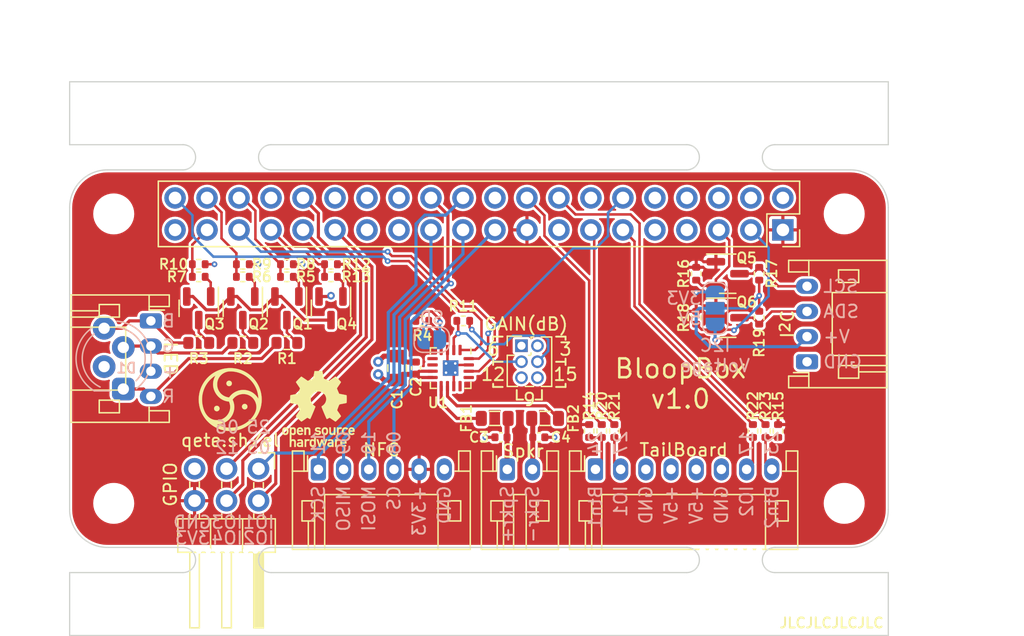
<source format=kicad_pcb>
(kicad_pcb (version 20211014) (generator pcbnew)
  (title_block (title "BloopBox Mainboard") (date "2022-12-02") (rev "1.0") (company "Qetesh"))
  (layers (0 "F.Cu" signal) (1 "In1.Cu" power "In1.GND.Cu") (2 "In2.Cu" power "In2.PWR.Cu") (31 "B.Cu" signal) (34 "B.Paste" user) (35 "F.Paste" user) (36 "B.SilkS" user "B.Silkscreen") (37 "F.SilkS" user "F.Silkscreen") (38 "B.Mask" user) (39 "F.Mask" user) (44 "Edge.Cuts" user))
  (net 0 "")
  (net 1 "/OUTP")
  (net 2 "/OUTN")
  (net 3 "+5V")
  (net 4 "+3V3")
  (net 8 "/Tail_IO1")
  (net 9 "/AMP_BCLK")
  (net 10 "/Tail_IO2")
  (net 12 "/Button1")
  (net 13 "/Button2")
  (net 14 "/NFC-MOSI")
  (net 15 "/NFC-MISO")
  (net 16 "/GPIO1")
  (net 17 "/NFC-SCK")
  (net 18 "/NFC-Select")
  (net 22 "/GPIO2")
  (net 23 "/GPIO3")
  (net 24 "/GPIO4")
  (net 25 "/LED_PWM")
  (net 26 "/AMP_LRCLK")
  (net 27 "/LED_RED")
  (net 28 "/LED_BLUE")
  (net 29 "/LED_GREEN")
  (net 30 "/AMP_DIN")
  (net 31 "/SPKR-")
  (net 32 "/SPKR+")
  (net 33 "/GAIN")
  (net 34 "/V_I2C")
  (net 35 "/SDA_OUT")
  (net 36 "/SD_MODE")
  (net 37 "/SCL_OUT")
  (net 38 "/SDA")
  (net 39 "/SCL")
  (net 40 "/Tail1")
  (net 41 "/Tail2")
  (net 42 "/Bc")
  (net 43 "/Gc")
  (net 44 "/Rc")
  (net 45 "/Rg")
  (net 46 "/Pd")
  (net 47 "/Rd")
  (net 48 "/Gg")
  (net 49 "/Gd")
  (net 50 "/Bg")
  (net 51 "/Bd")
  (net 52 "/Pg")
  (net 53 "/GAINr")
  (net 54 "/Tail7")
  (net 55 "/Tail8")
  (net 60 "GND")
  (footprint "Connector_JST:JST_PH_S2B-PH-K_1x02_P2.00mm_Horizontal" (layer "F.Cu") (at 152.25 70.3)
    (fp_text reference "J1" hide)
    (fp_text value "SPKR")
  )
  (footprint "Panelization:mouse-bite-2x5mm-slot-onesided" (layer "F.Cu") (at 130 77.5)
    (fp_text reference "mouse-bite-2mm-slot" hide)
    (fp_text value "VAL**" hide)
    (fp_arc (start -3.5 -1) (mid -2.5 0) (end -3.5 1) (layer "Edge.Cuts") (width 0.1))
    (fp_arc (start 3.5 1) (mid 2.5 0) (end 3.5 -1) (layer "Edge.Cuts") (width 0.1))
  )
  (footprint "Capacitor_SMD:C_0402_1005Metric" (layer "F.Cu") (at 145 62.25 90)
    (fp_text reference "C2")
    (fp_text value "100nF")
  )
  (footprint "Resistor_SMD:R_0402_1005Metric" (layer "F.Cu") (at 145.5 58.5 180)
    (fp_text reference "R4")
    (fp_text value "1M")
  )
  (footprint "Resistor_SMD:R_0402_1005Metric" (layer "F.Cu") (at 131.25 54 180)
    (fp_text reference "R9")
    (fp_text value "10k")
  )
  (footprint "Resistor_SMD:R_0402_1005Metric" (layer "F.Cu") (at 172.25 58.25 90)
    (fp_text reference "R19")
    (fp_text value "10k")
  )
  (footprint "Package_TO_SOT_SMD:SOT-23" (layer "F.Cu") (at 134.75 57.5 -90)
    (fp_text reference "Q1")
    (fp_text value "2N7002")
  )
  (footprint "Resistor_SMD:R_0402_1005Metric" (layer "F.Cu") (at 172.75 67.25 -90)
    (fp_text reference "R23")
    (fp_text value "1k")
  )
  (footprint "Panelization:mouse-bite-2x5mm-slot-onesided" (layer "F.Cu") (at 130 45.5 180)
    (fp_text reference "mouse-bite-2mm-slot" hide)
    (fp_text value "VAL**" hide)
    (fp_arc (start 3.5 1) (mid 2.5 0) (end 3.5 -1) (layer "Edge.Cuts") (width 0.1))
    (fp_arc (start -3.5 -1) (mid -2.5 0) (end -3.5 1) (layer "Edge.Cuts") (width 0.1))
  )
  (footprint "Resistor_SMD:R_0402_1005Metric" (layer "F.Cu") (at 134.75 55 180)
    (fp_text reference "R5")
    (fp_text value "100R")
  )
  (footprint "Resistor_SMD:R_0402_1005Metric" (layer "F.Cu") (at 171.75 67.25 -90)
    (fp_text reference "R22")
    (fp_text value "1k")
  )
  (footprint "Resistor_SMD:R_0402_1005Metric" (layer "F.Cu") (at 138.25 55 180)
    (fp_text reference "R13")
    (fp_text value "100R")
  )
  (footprint "Capacitor_SMD:C_0402_1005Metric" (layer "F.Cu") (at 154.75 67.75)
    (fp_text reference "C4")
    (fp_text value "220p")
  )
  (footprint "Resistor_SMD:R_0402_1005Metric" (layer "F.Cu") (at 134.75 54 180)
    (fp_text reference "R8")
    (fp_text value "10k")
  )
  (footprint "Resistor_SMD:R_0603_1608Metric" (layer "F.Cu") (at 131.25 60.25)
    (fp_text reference "R2")
    (fp_text value "180R")
  )
  (footprint "Resistor_SMD:R_0402_1005Metric" (layer "F.Cu") (at 131.25 55 180)
    (fp_text reference "R6")
    (fp_text value "100R")
  )
  (footprint "Resistor_SMD:R_0402_1005Metric" (layer "F.Cu") (at 167.25 58.25 90)
    (fp_text reference "R18")
    (fp_text value "10k")
  )
  (footprint "Resistor_SMD:R_0603_1608Metric" (layer "F.Cu") (at 134.75 60.25)
    (fp_text reference "R1")
    (fp_text value "300R")
  )
  (footprint "Package_TO_SOT_SMD:SOT-23" (layer "F.Cu") (at 169.75 54.75)
    (fp_text reference "Q5")
    (fp_text value "2N7002")
  )
  (footprint "Capacitor_SMD:C_0402_1005Metric" (layer "F.Cu") (at 151.75 67.75 180)
    (fp_text reference "C3")
    (fp_text value "220p")
  )
  (footprint "Connector_JST:JST_PH_S4B-PH-K_1x04_P2.00mm_Horizontal" (layer "F.Cu") (at 176.05 61.75 90)
    (fp_text reference "J3" hide)
    (fp_text value "I2C")
  )
  (footprint "Resistor_SMD:R_0402_1005Metric" (layer "F.Cu") (at 160.75 67.25 -90)
    (fp_text reference "R21")
    (fp_text value "1k")
  )
  (footprint "Connector_PinHeader_2.54mm:PinHeader_2x03_P2.54mm_Horizontal" (layer "F.Cu") (at 132.5 70.25 -90)
    (fp_text reference "J5" hide)
    (fp_text value "GPIO")
  )
  (footprint "Resistor_SMD:R_0402_1005Metric" (layer "F.Cu") (at 158.75 67.25 90)
    (fp_text reference "R14")
    (fp_text value "10k")
  )
  (footprint "My_Footprints:JLCPCB_Tooling_Hole" (layer "F.Cu") (at 120 42)
    (fp_text reference "REF**" hide)
    (fp_text value "JLCPCB_Tooling_Hole")
  )
  (footprint "Connector_JST:JST_PH_S8B-PH-K_1x08_P2.00mm_Horizontal" (layer "F.Cu") (at 159.25 70.3)
    (fp_text reference "J4" hide)
    (fp_text value "TailBoard")
  )
  (footprint "My_Footprints:JLCPCB_Tooling_Hole" (layer "F.Cu") (at 180 42)
    (fp_text reference "REF**" hide)
    (fp_text value "JLCPCB_Tooling_Hole")
  )
  (footprint "Resistor_SMD:R_0603_1608Metric" (layer "F.Cu") (at 127.75 60.25)
    (fp_text reference "R3")
    (fp_text value "180R")
  )
  (footprint "Package_DFN_QFN:TQFN-16-1EP_3x3mm_P0.5mm_EP1.23x1.23mm_ThermalVias" (layer "F.Cu") (at 147.75 62.25 -90)
    (fp_text reference "U1")
    (fp_text value "MAX98357")
  )
  (footprint "Package_TO_SOT_SMD:SOT-23" (layer "F.Cu") (at 127.75 57.5 -90)
    (fp_text reference "Q3")
    (fp_text value "2N7002")
  )
  (footprint "Resistor_SMD:R_0402_1005Metric" (layer "F.Cu") (at 138.25 54)
    (fp_text reference "R12")
    (fp_text value "10k")
  )
  (footprint "My_Footprints:JLCPCB_Tooling_Hole" (layer "F.Cu") (at 180 81)
    (fp_text reference "REF**" hide)
    (fp_text value "JLCPCB_Tooling_Hole")
  )
  (footprint "Resistor_SMD:R_0402_1005Metric" (layer "F.Cu") (at 173.75 67.25 90)
    (fp_text reference "R15")
    (fp_text value "10k")
  )
  (footprint "Panelization:mouse-bite-2x5mm-slot-onesided" (layer "F.Cu") (at 170 77.5)
    (fp_text reference "mouse-bite-2mm-slot" hide)
    (fp_text value "VAL**" hide)
    (fp_arc (start 3.5 1) (mid 2.5 0) (end 3.5 -1) (layer "Edge.Cuts") (width 0.1))
    (fp_arc (start -3.5 -1) (mid -2.5 0) (end -3.5 1) (layer "Edge.Cuts") (width 0.1))
  )
  (footprint "Resistor_SMD:R_0402_1005Metric" (layer "F.Cu") (at 127.75 54 180)
    (fp_text reference "R10")
    (fp_text value "10k")
  )
  (footprint "Inductor_SMD:L_0805_2012Metric" (layer "F.Cu") (at 155.25 66.25 180)
    (fp_text reference "FB2")
    (fp_text value "Ferrite")
  )
  (footprint "My_Footprints:JLCPCB_Tooling_Hole" (layer "F.Cu") (at 120 81)
    (fp_text reference "REF**" hide)
    (fp_text value "JLCPCB_Tooling_Hole")
  )
  (footprint "Package_TO_SOT_SMD:SOT-23" (layer "F.Cu") (at 169.75 58.25)
    (fp_text reference "Q6")
    (fp_text value "2N7002")
  )
  (footprint "Connector_PinHeader_1.27mm:PinHeader_2x03_P1.27mm_Vertical" (layer "F.Cu") (at 153.375 60.475)
    (fp_text reference "JP2" hide)
    (fp_text value "Gain")
  )
  (footprint "Resistor_SMD:R_0402_1005Metric" (layer "F.Cu") (at 148.75 58.5)
    (fp_text reference "R11")
    (fp_text value "100k")
  )
  (footprint "Package_TO_SOT_SMD:SOT-23" (layer "F.Cu") (at 138.25 57.5 -90)
    (fp_text reference "Q4")
    (fp_text value "2N7002")
  )
  (footprint "Inductor_SMD:L_0805_2012Metric" (layer "F.Cu") (at 151.25 66.25)
    (fp_text reference "FB1")
    (fp_text value "Ferrite")
  )
  (footprint "Resistor_SMD:R_0402_1005Metric" (layer "F.Cu") (at 172.25 54.75 -90)
    (fp_text reference "R17")
    (fp_text value "10k")
  )
  (footprint "Resistor_SMD:R_0402_1005Metric" (layer "F.Cu") (at 167.25 54.75 90)
    (fp_text reference "R16")
    (fp_text value "10k")
  )
  (footprint "Package_TO_SOT_SMD:SOT-23" (layer "F.Cu") (at 131.25 57.5 -90)
    (fp_text reference "Q2")
    (fp_text value "2N7002")
  )
  (footprint "Module:Raspberry_Pi_Zero_Socketed_THT_FaceDown_MountingHoles" (layer "F.Cu") (at 150 50 -90)
    (fp_text reference "J2" hide)
    (fp_text value "Raspberry_Pi")
  )
  (footprint "Resistor_SMD:R_0402_1005Metric" (layer "F.Cu") (at 159.75 67.25 -90)
    (fp_text reference "R20")
    (fp_text value "1k")
  )
  (footprint "Connector_JST:JST_PH_S6B-PH-K_1x06_P2.00mm_Horizontal" (layer "F.Cu") (at 137.25 70.3)
    (fp_text reference "J6" hide)
    (fp_text value "NFCModuleV3")
  )
  (footprint "Panelization:mouse-bite-2x5mm-slot-onesided" (layer "F.Cu") (at 170 45.5 180)
    (fp_text reference "mouse-bite-2mm-slot" hide)
    (fp_text value "VAL**" hide)
    (fp_arc (start 3.5 1) (mid 2.5 0) (end 3.5 -1) (layer "Edge.Cuts") (width 0.1))
    (fp_arc (start -3.5 -1) (mid -2.5 0) (end -3.5 1) (layer "Edge.Cuts") (width 0.1))
  )
  (footprint "Symbol:OSHW-Logo_5.7x6mm_SilkScreen" (layer "F.Cu") (at 137.25 65.5)
    (fp_text reference "REF**" hide)
    (fp_text value "OSHW-Logo_5.7x6mm_SilkScreen" hide)
  )
  (footprint "Resistor_SMD:R_0402_1005Metric" (layer "F.Cu") (at 127.75 55 180)
    (fp_text reference "R7")
    (fp_text value "100R")
  )
  (footprint "Capacitor_SMD:C_0805_2012Metric" (layer "F.Cu") (at 143.5 62.25 90)
    (fp_text reference "C1")
    (fp_text value "10uF")
  )
  (footprint "Connector_JST:JST_PH_S4B-PH-K_1x04_P2.00mm_Horizontal" (layer "F.Cu") (at 123.95 58.5 -90)
    (fp_text reference "J7" hide)
    (fp_text value "ExtLED")
  )
  (footprint "My_Footprints:CutieMark5mmInverted" (layer "F.Cu") (at 130.25 64.75)
    (fp_text reference "G***" hide)
    (fp_text value "LOGO" hide)
  )
  (footprint "Jumper:SolderJumper-2_P1.3mm_Open_RoundedPad1.0x1.5mm" (layer "B.Cu") (at 146.25 60 180)
    (fp_text reference "JP1" hide)
    (fp_text value "LeftOnly")
  )
  (footprint "LED_THT:LED_D5.0mm-4_RGB_Staggered_Pins" (layer "B.Cu") (at 121 61.5 90)
    (fp_text reference "D1")
    (fp_text value "LED_RAGB")
  )
  (footprint "Jumper:SolderJumper-3_P1.3mm_Open_RoundedPad1.0x1.5mm" (layer "B.Cu") (at 168.75 57.5 -90)
    (fp_text reference "JP3" hide)
    (fp_text value "I2C Voltage-Select")
  )
  (gr_line (start 156.875 61.75) (end 156.125 61.75) (layer "F.SilkS") (width 0.15))
  (gr_line (start 151.125 59.75) (end 151.125 60) (layer "F.SilkS") (width 0.15))
  (gr_line (start 153 64.75) (end 153 64) (layer "F.SilkS") (width 0.15))
  (gr_line (start 151.125 61.75) (end 151.875 61.75) (layer "F.SilkS") (width 0.15))
  (gr_line (start 154.5 64.75) (end 155 64.75) (layer "F.SilkS") (width 0.15))
  (gr_line (start 151.125 63.75) (end 151.875 63.75) (layer "F.SilkS") (width 0.15))
  (gr_line (start 153.5 64.75) (end 153 64.75) (layer "F.SilkS") (width 0.15))
  (gr_line (start 155 64.75) (end 155 64) (layer "F.SilkS") (width 0.15))
  (gr_line (start 156.875 61.5) (end 156.875 62) (layer "F.SilkS") (width 0.15))
  (gr_line (start 156.875 63.75) (end 156.125 63.75) (layer "F.SilkS") (width 0.15))
  (gr_line (start 156.125 59.75) (end 156.875 59.75) (layer "F.SilkS") (width 0.15))
  (gr_line (start 151.125 59.75) (end 151.875 59.75) (layer "F.SilkS") (width 0.15))
  (gr_line (start 156.875 59.75) (end 156.875 60) (layer "F.SilkS") (width 0.15))
  (gr_line (start 156.875 63.5) (end 156.875 63.75) (layer "F.SilkS") (width 0.15))
  (gr_line (start 151.125 63.5) (end 151.125 63.75) (layer "F.SilkS") (width 0.15))
  (gr_line (start 151.125 62) (end 151.125 61.75) (layer "F.SilkS") (width 0.15))
  (gr_line (start 151.125 61.5) (end 151.125 61.75) (layer "F.SilkS") (width 0.15))
  (gr_line (start 126.5 44.5) (end 117.5 44.5) (layer "Edge.Cuts") (width 0.1))
  (gr_line (start 117.5 39.5) (end 182.5 39.5) (layer "Edge.Cuts") (width 0.1))
  (gr_line (start 173.5 76.5) (end 179.5 76.5) (layer "Edge.Cuts") (width 0.1))
  (gr_line (start 166.5 44.5) (end 133.5 44.5) (layer "Edge.Cuts") (width 0.1))
  (gr_line (start 182.5 49.5) (end 182.5 73.5) (layer "Edge.Cuts") (width 0.1))
  (gr_arc (start 117.5 49.5) (mid 118.37868 47.37868) (end 120.5 46.5) (layer "Edge.Cuts") (width 0.1))
  (gr_line (start 182.5 83.5) (end 117.5 83.5) (layer "Edge.Cuts") (width 0.1))
  (gr_line (start 166.5 76.5) (end 133.5 76.5) (layer "Edge.Cuts") (width 0.1))
  (gr_line (start 173.5 46.5) (end 179.5 46.5) (layer "Edge.Cuts") (width 0.1))
  (gr_line (start 173.5 78.5) (end 182.5 78.5) (layer "Edge.Cuts") (width 0.1))
  (gr_line (start 182.5 39.5) (end 182.5 44.5) (layer "Edge.Cuts") (width 0.1))
  (gr_line (start 117.5 73.5) (end 117.5 49.5) (layer "Edge.Cuts") (width 0.1))
  (gr_line (start 126.5 46.5) (end 120.5 46.5) (layer "Edge.Cuts") (width 0.1))
  (gr_line (start 133.5 46.5) (end 166.5 46.5) (layer "Edge.Cuts") (width 0.1))
  (gr_arc (start 179.5 46.5) (mid 181.62132 47.37868) (end 182.5 49.5) (layer "Edge.Cuts") (width 0.1))
  (gr_line (start 117.5 78.5) (end 126.5 78.5) (layer "Edge.Cuts") (width 0.1))
  (gr_line (start 133.5 78.5) (end 166.5 78.5) (layer "Edge.Cuts") (width 0.1))
  (gr_line (start 182.5 78.5) (end 182.5 83.5) (layer "Edge.Cuts") (width 0.1))
  (gr_line (start 117.5 44.5) (end 117.5 39.5) (layer "Edge.Cuts") (width 0.1))
  (gr_line (start 126.5 76.5) (end 120.5 76.5) (layer "Edge.Cuts") (width 0.1))
  (gr_arc (start 182.5 73.5) (mid 181.62132 75.62132) (end 179.5 76.5) (layer "Edge.Cuts") (width 0.1))
  (gr_line (start 182.5 44.5) (end 173.5 44.5) (layer "Edge.Cuts") (width 0.1))
  (gr_line (start 117.5 83.5) (end 117.5 78.5) (layer "Edge.Cuts") (width 0.1))
  (gr_arc (start 120.5 76.5) (mid 118.37868 75.62132) (end 117.5 73.5) (layer "Edge.Cuts") (width 0.1))
  (gr_text "GND" (at 127.25 74.5) (layer "B.SilkS") (effects (font (size 1 1)) (justify mirror)))
  (gr_text "GND" (at 147.25 71.5 90) (layer "B.SilkS") (effects (font (size 1 1)) (justify left mirror)))
  (gr_text "23" (at 173.25 69.25 90) (layer "B.SilkS") (effects (font (size 1 1)) (justify right mirror)))
  (gr_text "+5V" (at 167.25 71.5 90) (layer "B.SilkS") (effects (font (size 1 1)) (justify left mirror)))
  (gr_text "Spkr+" (at 152.25 71.5 90) (layer "B.SilkS") (effects (font (size 1 1)) (justify left mirror)))
  (gr_text "3V3\n5V\n" (at 167.75 57.5) (layer "B.SilkS") (effects (font (size 1 1)) (justify left mirror)))
  (gr_text "G" (at 124.75 60.5) (layer "B.SilkS") (effects (font (size 1 1)) (justify right mirror)))
  (gr_text "IO1" (at 132.5 74.5) (layer "B.SilkS") (effects (font (size 1 1)) (justify mirror)))
  (gr_text "CS" (at 143.25 71.5 90) (layer "B.SilkS") (effects (font (size 1 1)) (justify left mirror)))
  (gr_text "GND" (at 177.25 61.75) (layer "B.SilkS") (effects (font (size 1 1)) (justify right mirror)))
  (gr_text "MOSI" (at 141.25 71.5 90) (layer "B.SilkS") (effects (font (size 1 1)) (justify left mirror)))
  (gr_text "SCL" (at 177.25 55.75) (layer "B.SilkS") (effects (font (size 1 1)) (justify right mirror)))
  (gr_text "10" (at 141.25 69.25 90) (layer "B.SilkS") (effects (font (size 1 1)) (justify right mirror)))
  (gr_text "3V3" (at 127.25 75.75) (layer "B.SilkS") (effects (font (size 1 1)) (justify mirror)))
  (gr_text "24" (at 159.25 69.25 90) (layer "B.SilkS") (effects (font (size 1 1)) (justify right mirror)))
  (gr_text "IO1" (at 161.25 71.5 90) (layer "B.SilkS") (effects (font (size 1 1)) (justify left mirror)))
  (gr_text "25\n05" (at 132.5 67.75) (layer "B.SilkS") (effects (font (size 1 1)) (justify mirror)))
  (gr_text "Spkr-" (at 154.25 71.5 90) (layer "B.SilkS") (effects (font (size 1 1)) (justify left mirror)))
  (gr_text "MISO" (at 139.25 71.5 90) (layer "B.SilkS") (effects (font (size 1 1)) (justify left mirror)))
  (gr_text "IO2" (at 132.5 75.75) (layer "B.SilkS") (effects (font (size 1 1)) (justify mirror)))
  (gr_text "IO4" (at 130 75.75) (layer "B.SilkS") (effects (font (size 1 1)) (justify mirror)))
  (gr_text "SDA" (at 177.25 57.75) (layer "B.SilkS") (effects (font (size 1 1)) (justify right mirror)))
  (gr_text "Btn2" (at 173.25 71.5 90) (layer "B.SilkS") (effects (font (size 1 1)) (justify left mirror)))
  (gr_text "09" (at 139.25 69.25 90) (layer "B.SilkS") (effects (font (size 1 1)) (justify right mirror)))
  (gr_text "GND" (at 169.25 71.5 90) (layer "B.SilkS") (effects (font (size 1 1)) (justify left mirror)))
  (gr_text "+" (at 124.75 62.5) (layer "B.SilkS") (effects (font (size 1 1)) (justify right mirror)))
  (gr_text "IO2" (at 171.25 71.5 90) (layer "B.SilkS") (effects (font (size 1 1)) (justify left mirror)))
  (gr_text "SCK" (at 137.25 71.5 90) (layer "B.SilkS") (effects (font (size 1 1)) (justify left mirror)))
  (gr_text "17" (at 171.25 69.25 90) (layer "B.SilkS") (effects (font (size 1 1)) (justify right mirror)))
  (gr_text "B" (at 124.75 58.5) (layer "B.SilkS") (effects (font (size 1 1)) (justify right mirror)))
  (gr_text "11" (at 137.25 69.25 90) (layer "B.SilkS") (effects (font (size 1 1)) (justify right mirror)))
  (gr_text "IO3" (at 130 74.5) (layer "B.SilkS") (effects (font (size 1 1)) (justify mirror)))
  (gr_text "SD" (at 146.25 58.25) (layer "B.SilkS") (effects (font (size 1 1)) (justify mirror)))
  (gr_text "06\n12" (at 130 67.75) (layer "B.SilkS") (effects (font (size 1 1)) (justify mirror)))
  (gr_text "+5V" (at 165.25 71.5 90) (layer "B.SilkS") (effects (font (size 1 1)) (justify left mirror)))
  (gr_text "R" (at 124.75 64.5) (layer "B.SilkS") (effects (font (size 1 1)) (justify right mirror)))
  (gr_text "27" (at 161.25 69.25 90) (layer "B.SilkS") (effects (font (size 1 1)) (justify right mirror)))
  (gr_text "GND" (at 163.25 71.5 90) (layer "B.SilkS") (effects (font (size 1 1)) (justify left mirror)))
  (gr_text "Btn1" (at 159.25 71.5 90) (layer "B.SilkS") (effects (font (size 1 1)) (justify left mirror)))
  (gr_text "I2C\nVoltage" (at 168.75 61.25) (layer "B.SilkS") (effects (font (size 1 1)) (justify mirror)))
  (gr_text "08" (at 143.25 69.25 90) (layer "B.SilkS") (effects (font (size 1 1)) (justify right mirror)))
  (gr_text "V+" (at 177.25 59.75) (layer "B.SilkS") (effects (font (size 1 1)) (justify right mirror)))
  (gr_text "+3V3" (at 145.25 71.5 90) (layer "B.SilkS") (effects (font (size 1 1)) (justify left mirror)))
  (gr_text "12" (at 151.125 62.75) (layer "F.SilkS") (effects (font (size 1 1))))
  (gr_text "15" (at 156.875 62.75) (layer "F.SilkS") (effects (font (size 1 1))))
  (gr_text "Spkr" (at 153.5 68.84) (layer "F.SilkS") (effects (font (size 1 1))))
  (gr_text "I^{2}C" (at 174.5 58.75 90) (layer "F.SilkS") (effects (font (size 1 1))))
  (gr_text "9" (at 154 64.75) (layer "F.SilkS") (effects (font (size 1 1))))
  (gr_text "GAIN(dB)" (at 153.75 58.75) (layer "F.SilkS") (effects (font (size 1 1))))
  (gr_text "6" (at 151.125 60.75) (layer "F.SilkS") (effects (font (size 1 1))))
  (gr_text "NFC" (at 142.25 68.75) (layer "F.SilkS") (effects (font (size 1 1))))
  (gr_text "JLCJLCJLCJLC" (at 178 82.5) (layer "F.SilkS") (effects (font (size 0.8 0.8))))
  (gr_text "BloopBox\nv1.0" (at 166 63.5) (layer "F.SilkS") (effects (font (size 1.5 1.5) (thickness 0.2))))
  (gr_text "qete.sh/el" (at 130.25 68) (layer "F.SilkS") (effects (font (size 1 1))))
  (gr_text "TailBoard" (at 166.25 68.75) (layer "F.SilkS") (effects (font (size 1 1))))
  (gr_text "GPIO" (at 125.5 71.5 90) (layer "F.SilkS") (effects (font (size 1 1))))
  (gr_text "LED" (at 125.5 61.5 270) (layer "F.SilkS") (effects (font (size 1 1))))
  (gr_text "3" (at 156.875 60.75) (layer "F.SilkS") (effects (font (size 1 1))))
  (segment (start 147 64.386396) (end 147 65) (width 0.25) (layer "F.Cu") (net 1))
  (segment (start 147 63.6875) (end 147 64.386396) (width 0.25) (layer "F.Cu") (net 1))
  (segment (start 148.25 66.25) (end 150.1875 66.25) (width 0.25) (layer "F.Cu") (net 1))
  (segment (start 147 65) (end 148.25 66.25) (width 0.25) (layer "F.Cu") (net 1))
  (segment (start 155.3125 65.25) (end 156.3125 66.25) (width 0.25) (layer "F.Cu") (net 2))
  (segment (start 147.5 64.5) (end 148.25 65.25) (width 0.25) (layer "F.Cu") (net 2))
  (segment (start 148.25 65.25) (end 155.3125 65.25) (width 0.25) (layer "F.Cu") (net 2))
  (segment (start 147.5 63.6875) (end 147.5 64.5) (width 0.25) (layer "F.Cu") (net 2))
  (segment (start 145.25 62.5) (end 146.3125 62.5) (width 0.25) (layer "F.Cu") (net 3))
  (segment (start 145 62.75) (end 145.25 62.5) (width 0.25) (layer "F.Cu") (net 3))
  (segment (start 143.95 62.75) (end 145 62.75) (width 0.4) (layer "F.Cu") (net 3))
  (segment (start 146.25 57.75) (end 146.9 58.4) (width 0.2) (layer "F.Cu") (net 3))
  (segment (start 145 62.75) (end 145.25 63) (width 0.25) (layer "F.Cu") (net 3))
  (segment (start 142.45 63.2) (end 143.5 63.2) (width 0.4) (layer "F.Cu") (net 3))
  (segment (start 145.25 63) (end 146.3125 63) (width 0.25) (layer "F.Cu") (net 3))
  (segment (start 142 62.75) (end 142.45 63.2) (width 0.4) (layer "F.Cu") (net 3))
  (segment (start 144.99 58.5) (end 145.74 57.75) (width 0.2) (layer "F.Cu") (net 3))
  (segment (start 145.74 57.75) (end 146.25 57.75) (width 0.2) (layer "F.Cu") (net 3))
  (segment (start 146.9 58.4) (end 146.9 58.6) (width 0.2) (layer "F.Cu") (net 3))
  (segment (start 143.5 63.2) (end 143.95 62.75) (width 0.4) (layer "F.Cu") (net 3))
  (via (at 168.75 60) (size 0.45) (drill 0.2) (layers "F.Cu" "B.Cu") (net 3))
  (via (at 142 62.75) (size 0.8) (drill 0.4) (layers "F.Cu" "B.Cu") (net 3))
  (via (at 146.9 58.6) (size 0.45) (drill 0.2) (layers "F.Cu" "B.Cu") (net 3))
  (segment (start 168.75 58.8) (end 168.75 60) (width 0.25) (layer "B.Cu") (net 3))
  (segment (start 146.9 60) (end 146.9 58.6) (width 0.2) (layer "B.Cu") (net 3))
  (via (at 167.25 56.25) (size 0.45) (drill 0.2) (layers "F.Cu" "B.Cu") (net 4))
  (segment (start 168.75 56.2) (end 167.3 56.2) (width 0.25) (layer "B.Cu") (net 4))
  (segment (start 167.3 56.2) (end 167.25 56.25) (width 0.25) (layer "B.Cu") (net 4))
  (segment (start 159.15 65.14) (end 160.75 66.74) (width 0.2) (layer "F.Cu") (net 8))
  (segment (start 158.89 51.27) (end 159.15 51.53) (width 0.2) (layer "F.Cu") (net 8))
  (segment (start 159.15 51.53) (end 159.15 65.14) (width 0.2) (layer "F.Cu") (net 8))
  (segment (start 150 61.5) (end 149.1875 61.5) (width 0.2) (layer "F.Cu") (net 9))
  (segment (start 150.7255 59.5) (end 150.7255 60.7745) (width 0.2) (layer "F.Cu") (net 9))
  (segment (start 150.7255 60.7745) (end 150 61.5) (width 0.2) (layer "F.Cu") (net 9))
  (via (at 150.7255 59.5) (size 0.45) (drill 0.2) (layers "F.Cu" "B.Cu") (net 9))
  (segment (start 160.25 49.91) (end 161.43 48.73) (width 0.2) (layer "B.Cu") (net 9))
  (segment (start 157.483509 52.733509) (end 159.266491 52.733509) (width 0.2) (layer "B.Cu") (net 9))
  (segment (start 159.266491 52.733509) (end 160.25 51.75) (width 0.2) (layer "B.Cu") (net 9))
  (segment (start 150.7255 59.491519) (end 157.483509 52.733509) (width 0.2) (layer "B.Cu") (net 9))
  (segment (start 150.7255 59.5) (end 150.7255 59.491519) (width 0.2) (layer "B.Cu") (net 9))
  (segment (start 160.25 51.75) (end 160.25 49.91) (width 0.2) (layer "B.Cu") (net 9))
  (segment (start 162.35 57.34) (end 171.75 66.74) (width 0.2) (layer "F.Cu") (net 10))
  (segment (start 161.43 51.27) (end 162.35 52.19) (width 0.2) (layer "F.Cu") (net 10))
  (segment (start 162.35 52.19) (end 162.35 57.34) (width 0.2) (layer "F.Cu") (net 10))
  (segment (start 155.2 51.746346) (end 155.2 50.12) (width 0.2) (layer "F.Cu") (net 12))
  (segment (start 158.75 65.74) (end 158.75 55.296346) (width 0.2) (layer "F.Cu") (net 12))
  (segment (start 158.75 55.296346) (end 155.2 51.746346) (width 0.2) (layer "F.Cu") (net 12))
  (segment (start 159.75 66.74) (end 158.75 65.74) (width 0.2) (layer "F.Cu") (net 12))
  (segment (start 155.2 50.12) (end 153.81 48.73) (width 0.2) (layer "F.Cu") (net 12))
  (segment (start 157.659633 50.039633) (end 156.35 48.73) (width 0.2) (layer "F.Cu") (net 13))
  (segment (start 171.745686 66.17) (end 162.75 57.174314) (width 0.2) (layer "F.Cu") (net 13))
  (segment (start 162.039633 50.039633) (end 157.659633 50.039633) (width 0.2) (layer "F.Cu") (net 13))
  (segment (start 172.75 66.74) (end 172.18 66.17) (width 0.2) (layer "F.Cu") (net 13))
  (segment (start 172.18 66.17) (end 171.745686 66.17) (width 0.2) (layer "F.Cu") (net 13))
  (segment (start 162.75 50.75) (end 162.039633 50.039633) (width 0.2) (layer "F.Cu") (net 13))
  (segment (start 162.75 57.174314) (end 162.75 50.75) (width 0.2) (layer "F.Cu") (net 13))
  (segment (start 144.15 63.6) (end 144.15 58.39) (width 0.25) (layer "B.Cu") (net 14))
  (segment (start 144.15 58.39) (end 151.27 51.27) (width 0.25) (layer "B.Cu") (net 14))
  (segment (start 141.25 70.3) (end 141.25 66.5) (width 0.25) (layer "B.Cu") (net 14))
  (segment (start 141.25 66.5) (end 144.15 63.6) (width 0.25) (layer "B.Cu") (net 14))
  (segment (start 143.7 63.413604) (end 143.7 58.203604) (width 0.25) (layer "B.Cu") (net 15))
  (segment (start 143.7 58.203604) (end 148.73 53.173604) (width 0.25) (layer "B.Cu") (net 15))
  (segment (start 148.73 53.173604) (end 148.73 51.27) (width 0.25) (layer "B.Cu") (net 15))
  (segment (start 139.25 67.863604) (end 143.7 63.413604) (width 0.25) (layer "B.Cu") (net 15))
  (segment (start 139.25 70.3) (end 139.25 67.863604) (width 0.25) (layer "B.Cu") (net 15))
  (segment (start 132.5 70.25) (end 133.75 69) (width 0.25) (layer "B.Cu") (net 16))
  (segment (start 136.840812 69) (end 142.8 63.040812) (width 0.25) (layer "B.Cu") (net 16))
  (segment (start 145.703299 50.095) (end 147.365 50.095) (width 0.25) (layer "B.Cu") (net 16))
  (segment (start 142.8 63.040812) (end 142.8 57.830812) (width 0.25) (layer "B.Cu") (net 16))
  (segment (start 147.365 50.095) (end 148.73 48.73) (width 0.25) (layer "B.Cu") (net 16))
  (segment (start 145 50.798299) (end 145.703299 50.095) (width 0.25) (layer "B.Cu") (net 16))
  (segment (start 145 55.630812) (end 145 50.798299) (width 0.25) (layer "B.Cu") (net 16))
  (segment (start 133.75 69) (end 136.840812 69) (width 0.25) (layer "B.Cu") (net 16))
  (segment (start 142.8 57.830812) (end 145 55.630812) (width 0.25) (layer "B.Cu") (net 16))
  (segment (start 146.19 55.077208) (end 146.19 51.27) (width 0.25) (layer "B.Cu") (net 17))
  (segment (start 143.25 63.227208) (end 143.25 58.017208) (width 0.25) (layer "B.Cu") (net 17))
  (segment (start 137.25 70.3) (end 137.25 69.227208) (width 0.25) (layer "B.Cu") (net 17))
  (segment (start 137.25 69.227208) (end 143.25 63.227208) (width 0.25) (layer "B.Cu") (net 17))
  (segment (start 143.25 58.017208) (end 146.19 55.077208) (width 0.25) (layer "B.Cu") (net 17))
  (segment (start 147.533556 50.073556) (end 146.19 48.73) (width 0.25) (layer "F.Cu") (net 18))
  (segment (start 147.783556 55.533556) (end 147.533556 55.283556) (width 0.25) (layer "F.Cu") (net 18))
  (segment (start 147.533556 55.283556) (end 147.533556 50.073556) (width 0.25) (layer "F.Cu") (net 18))
  (via (at 147.783556 55.533556) (size 0.45) (drill 0.2) (layers "F.Cu" "B.Cu") (net 18))
  (segment (start 147.783556 55.533556) (end 147.64284 55.533556) (width 0.25) (layer "B.Cu") (net 18))
  (segment (start 147.64284 55.533556) (end 144.6 58.576396) (width 0.25) (layer "B.Cu") (net 18))
  (segment (start 144.6 58.576396) (end 144.6 63.786396) (width 0.25) (layer "B.Cu") (net 18))
  (segment (start 144.6 63.786396) (end 143.25 65.136396) (width 0.25) (layer "B.Cu") (net 18))
  (segment (start 143.25 65.136396) (end 143.25 70.3) (width 0.25) (layer "B.Cu") (net 18))
  (segment (start 133.866396 71.423604) (end 133.866396 67.616396) (width 0.25) (layer "F.Cu") (net 22))
  (segment (start 141.5 59.982792) (end 141.5 54.2) (width 0.25) (layer "F.Cu") (net 22))
  (segment (start 133.866396 67.616396) (end 141.5 59.982792) (width 0.25) (layer "F.Cu") (net 22))
  (segment (start 132.5 72.79) (end 133.866396 71.423604) (width 0.25) (layer "F.Cu") (net 22))
  (segment (start 141.5 54.2) (end 138.57 51.27) (width 0.25) (layer "F.Cu") (net 22))
  (segment (start 139.277208 53.25) (end 140.6 54.572792) (width 0.25) (layer "F.Cu") (net 23))
  (segment (start 138.01 53.25) (end 139.277208 53.25) (width 0.25) (layer "F.Cu") (net 23))
  (segment (start 140.6 54.572792) (end 140.6 59.61) (width 0.25) (layer "F.Cu") (net 23))
  (segment (start 140.6 59.61) (end 129.96 70.25) (width 0.25) (layer "F.Cu") (net 23))
  (segment (start 136.03 51.27) (end 138.01 53.25) (width 0.25) (layer "F.Cu") (net 23))
  (segment (start 136.03 48.73) (end 137.25 49.95) (width 0.25) (layer "F.Cu") (net 24))
  (segment (start 141.05 59.796396) (end 131.25 69.596396) (width 0.25) (layer "F.Cu") (net 24))
  (segment (start 139.463604 52.8) (end 141.05 54.386396) (width 0.25) (layer "F.Cu") (net 24))
  (segment (start 138.196396 52.8) (end 139.463604 52.8) (width 0.25) (layer "F.Cu") (net 24))
  (segment (start 131.25 71.5) (end 129.96 72.79) (width 0.25) (layer "F.Cu") (net 24))
  (segment (start 131.25 69.596396) (end 131.25 71.5) (width 0.25) (layer "F.Cu") (net 24))
  (segment (start 137.25 49.95) (end 137.25 51.853604) (width 0.25) (layer "F.Cu") (net 24))
  (segment (start 137.25 51.853604) (end 138.196396 52.8) (width 0.25) (layer "F.Cu") (net 24))
  (segment (start 141.05 54.386396) (end 141.05 59.796396) (width 0.25) (layer "F.Cu") (net 24))
  (segment (start 135.22 53) (end 133.49 51.27) (width 0.2) (layer "F.Cu") (net 25))
  (segment (start 137.74 54) (end 137.25 54) (width 0.2) (layer "F.Cu") (net 25))
  (segment (start 137.74 55) (end 137.74 54) (width 0.2) (layer "F.Cu") (net 25))
  (segment (start 137.25 54) (end 136.25 53) (width 0.2) (layer "F.Cu") (net 25))
  (segment (start 136.25 53) (end 135.22 53) (width 0.2) (layer "F.Cu") (net 25))
  (segment (start 144.599999 53.35) (end 148.6 57.35) (width 0.2) (layer "F.Cu") (net 26))
  (segment (start 151.25 58.934314) (end 151.25 61.25) (width 0.2) (layer "F.Cu") (net 26))
  (segment (start 142.75 53) (end 143.1 53.35) (width 0.2) (layer "F.Cu") (net 26))
  (segment (start 143.1 53.35) (end 144.599999 53.35) (width 0.2) (layer "F.Cu") (net 26))
  (segment (start 150 62.5) (end 149.1875 62.5) (width 0.2) (layer "F.Cu") (net 26))
  (segment (start 149.665686 57.35) (end 151.25 58.934314) (width 0.2) (layer "F.Cu") (net 26))
  (segment (start 151.25 61.25) (end 150 62.5) (width 0.2) (layer "F.Cu") (net 26))
  (segment (start 148.6 57.35) (end 149.665686 57.35) (width 0.2) (layer "F.Cu") (net 26))
  (via (at 142.75 53) (size 0.45) (drill 0.2) (layers "F.Cu" "B.Cu") (net 26))
  (segment (start 142.75 53) (end 132.68 53) (width 0.2) (layer "B.Cu") (net 26))
  (segment (start 132.68 53) (end 130.95 51.27) (width 0.2) (layer "B.Cu") (net 26))
  (segment (start 134.24 54) (end 133.75 53.51) (width 0.2) (layer "F.Cu") (net 27))
  (segment (start 132.25 52.01) (end 132.25 49.75) (width 0.2) (layer "F.Cu") (net 27))
  (segment (start 132.25 49.75) (end 131.23 48.73) (width 0.2) (layer "F.Cu") (net 27))
  (segment (start 133.75 53.51) (end 132.25 52.01) (width 0.2) (layer "F.Cu") (net 27))
  (segment (start 131.23 48.73) (end 130.95 48.73) (width 0.2) (layer "F.Cu") (net 27))
  (segment (start 134.24 55) (end 134.24 54) (width 0.2) (layer "F.Cu") (net 27))
  (segment (start 127.24 55) (end 127.24 54) (width 0.2) (layer "F.Cu") (net 28))
  (segment (start 127.24 52.44) (end 128.41 51.27) (width 0.2) (layer "F.Cu") (net 28))
  (segment (start 127.24 54) (end 127.24 52.44) (width 0.2) (layer "F.Cu") (net 28))
  (segment (start 130.74 54) (end 130.74 53.12) (width 0.2) (layer "F.Cu") (net 29))
  (segment (start 129.56 51.94) (end 129.56 49.88) (width 0.2) (layer "F.Cu") (net 29))
  (segment (start 130.74 55) (end 130.74 54) (width 0.2) (layer "F.Cu") (net 29))
  (segment (start 130.74 53.12) (end 129.56 51.94) (width 0.2) (layer "F.Cu") (net 29))
  (segment (start 129.56 49.88) (end 128.41 48.73) (width 0.2) (layer "F.Cu") (net 29))
  (segment (start 149.5 57.75) (end 150.2005 58.4505) (width 0.2) (layer "F.Cu") (net 30))
  (segment (start 142.75 53.75) (end 144.434314 53.75) (width 0.2) (layer "F.Cu") (net 30))
  (segment (start 150.2005 60.2995) (end 149.6875 60.8125) (width 0.2) (layer "F.Cu") (net 30))
  (segment (start 144.434314 53.75) (end 148.434314 57.75) (width 0.2) (layer "F.Cu") (net 30))
  (segment (start 149.6875 60.8125) (end 148.5 60.8125) (width 0.2) (layer "F.Cu") (net 30))
  (segment (start 150.2005 58.4505) (end 150.2005 60.2995) (width 0.2) (layer "F.Cu") (net 30))
  (segment (start 148.434314 57.75) (end 149.5 57.75) (width 0.2) (layer "F.Cu") (net 30))
  (via (at 142.75 53.75) (size 0.45) (drill 0.2) (layers "F.Cu" "B.Cu") (net 30))
  (segment (start 128.913654 53.4) (end 127.25 51.736346) (width 0.2) (layer "B.Cu") (net 30))
  (segment (start 127.25 50.11) (end 125.87 48.73) (width 0.2) (layer "B.Cu") (net 30))
  (segment (start 142.4 53.4) (end 128.913654 53.4) (width 0.2) (layer "B.Cu") (net 30))
  (segment (start 142.75 53.75) (end 142.4 53.4) (width 0.2) (layer "B.Cu") (net 30))
  (segment (start 127.25 51.736346) (end 127.25 50.11) (width 0.2) (layer "B.Cu") (net 30))
  (segment (start 154.27 66.3325) (end 154.1875 66.25) (width 0.4) (layer "F.Cu") (net 31))
  (segment (start 154.27 67.75) (end 154.27 70.28) (width 0.4) (layer "F.Cu") (net 31))
  (segment (start 154.27 70.28) (end 154.25 70.3) (width 0.4) (layer "F.Cu") (net 31))
  (segment (start 154.27 67.75) (end 154.27 66.3325) (width 0.4) (layer "F.Cu") (net 31))
  (segment (start 152.23 67.75) (end 152.23 70.28) (width 0.4) (layer "F.Cu") (net 32))
  (segment (start 152.23 67.75) (end 152.23 66.3325) (width 0.4) (layer "F.Cu") (net 32))
  (segment (start 152.23 66.3325) (end 152.3125 66.25) (width 0.4) (layer "F.Cu") (net 32))
  (segment (start 152.23 70.28) (end 152.25 70.3) (width 0.4) (layer "F.Cu") (net 32))
  (segment (start 148 60.8125) (end 148 59.8505) (width 0.2) (layer "F.Cu") (net 33))
  (segment (start 148 59.8505) (end 148.3505 59.5) (width 0.2) (layer "F.Cu") (net 33))
  (segment (start 148.3505 58.6105) (end 148.3505 59.5) (width 0.2) (layer "F.Cu") (net 33))
  (via (at 148.3505 59.5) (size 0.45) (drill 0.2) (layers "F.Cu" "B.Cu") (net 33))
  (segment (start 148.3505 59.5) (end 149 59.5) (width 0.2) (layer "B.Cu") (net 33))
  (segment (start 151.245 61.745) (end 153.375 61.745) (width 0.2) (layer "B.Cu") (net 33))
  (segment (start 149 59.5) (end 151.245 61.745) (width 0.2) (layer "B.Cu") (net 33))
  (segment (start 172.25 55.26) (end 172.25 56.25) (width 0.2) (layer "F.Cu") (net 34))
  (segment (start 172.25 56.5) (end 172.25 56.25) (width 0.2) (layer "F.Cu") (net 34))
  (segment (start 172.25 57.74) (end 172.25 56.5) (width 0.2) (layer "F.Cu") (net 34))
  (via (at 172.25 56.5) (size 0.45) (drill 0.2) (layers "F.Cu" "B.Cu") (net 34))
  (segment (start 171.25 57.5) (end 172.25 56.5) (width 0.2) (layer "B.Cu") (net 34))
  (segment (start 167.5 57.5) (end 168.75 57.5) (width 0.25) (layer "B.Cu") (net 34))
  (segment (start 167.25 57.75) (end 167.5 57.5) (width 0.25) (layer "B.Cu") (net 34))
  (segment (start 168.75 57.5) (end 171.25 57.5) (width 0.2) (layer "B.Cu") (net 34))
  (segment (start 167.25 59.5) (end 167.25 57.75) (width 0.25) (layer "B.Cu") (net 34))
  (segment (start 175.25 60.55) (end 168.3 60.55) (width 0.25) (layer "B.Cu") (net 34))
  (segment (start 176.05 59.75) (end 175.25 60.55) (width 0.25) (layer "B.Cu") (net 34))
  (segment (start 168.3 60.55) (end 167.25 59.5) (width 0.25) (layer "B.Cu") (net 34))
  (segment (start 170.6875 58.25) (end 171.74 58.25) (width 0.2) (layer "F.Cu") (net 35))
  (segment (start 173.26 57.75) (end 176.05 57.75) (width 0.2) (layer "F.Cu") (net 35))
  (segment (start 171.74 58.25) (end 172.25 58.76) (width 0.2) (layer "F.Cu") (net 35))
  (segment (start 172.25 58.76) (end 173.26 57.75) (width 0.2) (layer "F.Cu") (net 35))
  (segment (start 147 59.49) (end 146.01 58.5) (width 0.2) (layer "F.Cu") (net 36))
  (segment (start 145.729445 58.780555) (end 146.01 58.5) (width 0.2) (layer "F.Cu") (net 36))
  (segment (start 147 60.8125) (end 147 59.49) (width 0.2) (layer "F.Cu") (net 36))
  (segment (start 145.67628 58.780555) (end 145.729445 58.780555) (width 0.2) (layer "F.Cu") (net 36))
  (via (at 145.67628 58.780555) (size 0.45) (drill 0.2) (layers "F.Cu" "B.Cu") (net 36))
  (segment (start 145.6 60) (end 145.6 58.856835) (width 0.2) (layer "B.Cu") (net 36))
  (segment (start 145.6 58.856835) (end 145.67628 58.780555) (width 0.2) (layer "B.Cu") (net 36))
  (segment (start 171.74 54.75) (end 172.25 54.24) (width 0.2) (layer "F.Cu") (net 37))
  (segment (start 173.76 55.75) (end 176.05 55.75) (width 0.2) (layer "F.Cu") (net 37))
  (segment (start 170.6875 54.75) (end 171.74 54.75) (width 0.2) (layer "F.Cu") (net 37))
  (segment (start 172.25 54.24) (end 173.76 55.75) (width 0.2) (layer "F.Cu") (net 37))
  (segment (start 168.8125 59.2) (end 167.69 59.2) (width 0.2) (layer "F.Cu") (net 38))
  (segment (start 170.2 59.2) (end 170.25 59.25) (width 0.25) (layer "F.Cu") (net 38))
  (segment (start 168.8125 59.2) (end 170.2 59.2) (width 0.2) (layer "F.Cu") (net 38))
  (segment (start 167.69 59.2) (end 167.25 58.76) (width 0.2) (layer "F.Cu") (net 38))
  (via (at 170.25 59.25) (size 0.45) (drill 0.2) (layers "F.Cu" "B.Cu") (net 38))
  (segment (start 170.277818 59.25) (end 173 56.527818) (width 0.2) (layer "B.Cu") (net 38))
  (segment (start 170.25 59.25) (end 170.277818 59.25) (width 0.25) (layer "B.Cu") (net 38))
  (segment (start 173 56.527818) (end 173 52.68) (width 0.2) (layer "B.Cu") (net 38))
  (segment (start 173 52.68) (end 171.59 51.27) (width 0.2) (layer "B.Cu") (net 38))
  (segment (start 169.875 52.095) (end 169.05 51.27) (width 0.2) (layer "F.Cu") (net 39))
  (segment (start 168.8125 55.7) (end 167.69 55.7) (width 0.2) (layer "F.Cu") (net 39))
  (segment (start 167.69 55.7) (end 167.25 55.26) (width 0.2) (layer "F.Cu") (net 39))
  (segment (start 168.8125 55.7) (end 168.8125 55.215749) (width 0.2) (layer "F.Cu") (net 39))
  (segment (start 168.8125 55.215749) (end 169.875 54.153249) (width 0.2) (layer "F.Cu") (net 39))
  (segment (start 169.875 54.153249) (end 169.875 52.095) (width 0.2) (layer "F.Cu") (net 39))
  (segment (start 158.75 67.76) (end 159.75 67.76) (width 0.2) (layer "F.Cu") (net 40))
  (segment (start 159.75 69.8) (end 159.25 70.3) (width 0.2) (layer "F.Cu") (net 40))
  (segment (start 159.75 67.76) (end 159.75 69.8) (width 0.2) (layer "F.Cu") (net 40))
  (segment (start 160.75 67.76) (end 160.75 69.8) (width 0.2) (layer "F.Cu") (net 41))
  (segment (start 160.75 69.8) (end 161.25 70.3) (width 0.2) (layer "F.Cu") (net 41))
  (segment (start 123.95 58.5) (end 122.25 58.5) (width 0.25) (layer "F.Cu") (net 42))
  (segment (start 122.25 58.5) (end 121.663 59.087) (width 0.25) (layer "F.Cu") (net 42))
  (segment (start 126.925 60.25) (end 125.7 60.25) (width 0.25) (layer "F.Cu") (net 42))
  (segment (start 125.7 60.25) (end 123.95 58.5) (width 0.25) (layer "F.Cu") (net 42))
  (segment (start 121.663 59.087) (end 120.238 59.087) (width 0.25) (layer "F.Cu") (net 42))
  (segment (start 130.425 60.25) (end 129.625 61.05) (width 0.25) (layer "F.Cu") (net 43))
  (segment (start 123.95 60.5) (end 121.873 60.5) (width 0.25) (layer "F.Cu") (net 43))
  (segment (start 124.5 61.05) (end 123.95 60.5) (width 0.25) (layer "F.Cu") (net 43))
  (segment (start 129.625 61.05) (end 124.5 61.05) (width 0.25) (layer "F.Cu") (net 43))
  (segment (start 121.873 60.5) (end 121.762 60.611) (width 0.25) (layer "F.Cu") (net 43))
  (segment (start 132.75 61.5) (end 133.925 60.325) (width 0.25) (layer "F.Cu") (net 44))
  (segment (start 123.363 63.913) (end 123.95 64.5) (width 0.25) (layer "F.Cu") (net 44))
  (segment (start 123.95 64.5) (end 126.95 61.5) (width 0.25) (layer "F.Cu") (net 44))
  (segment (start 126.95 61.5) (end 132.75 61.5) (width 0.25) (layer "F.Cu") (net 44))
  (segment (start 133.925 60.325) (end 133.925 60.25) (width 0.25) (layer "F.Cu") (net 44))
  (segment (start 121.762 63.913) (end 123.363 63.913) (width 0.25) (layer "F.Cu") (net 44))
  (segment (start 135.7 55.44) (end 135.26 55) (width 0.2) (layer "F.Cu") (net 45))
  (segment (start 135.7 56.5625) (end 135.7 55.44) (width 0.2) (layer "F.Cu") (net 45))
  (segment (start 136.165749 58.4375) (end 138.25 58.4375) (width 0.25) (layer "F.Cu") (net 46))
  (segment (start 132.7375 57.625) (end 133.8 56.5625) (width 0.25) (layer "F.Cu") (net 46))
  (segment (start 134.290749 56.5625) (end 136.165749 58.4375) (width 0.25) (layer "F.Cu") (net 46))
  (segment (start 130.3 56.5625) (end 130.790749 56.5625) (width 0.25) (layer "F.Cu") (net 46))
  (segment (start 131.853249 57.625) (end 132.7375 57.625) (width 0.25) (layer "F.Cu") (net 46))
  (segment (start 126.8 56.5625) (end 127.284251 56.5625) (width 0.25) (layer "F.Cu") (net 46))
  (segment (start 127.284251 56.5625) (end 128.346751 57.625) (width 0.25) (layer "F.Cu") (net 46))
  (segment (start 128.346751 57.625) (end 129.2375 57.625) (width 0.25) (layer "F.Cu") (net 46))
  (segment (start 129.2375 57.625) (end 130.3 56.5625) (width 0.25) (layer "F.Cu") (net 46))
  (segment (start 130.790749 56.5625) (end 131.853249 57.625) (width 0.25) (layer "F.Cu") (net 46))
  (segment (start 133.8 56.5625) (end 134.290749 56.5625) (width 0.25) (layer "F.Cu") (net 46))
  (segment (start 134.75 59.425) (end 135.575 60.25) (width 0.2) (layer "F.Cu") (net 47))
  (segment (start 134.75 58.4375) (end 134.75 59.425) (width 0.2) (layer "F.Cu") (net 47))
  (segment (start 132.2 55.44) (end 131.76 55) (width 0.2) (layer "F.Cu") (net 48))
  (segment (start 132.2 56.5625) (end 132.2 55.44) (width 0.2) (layer "F.Cu") (net 48))
  (segment (start 131.25 58.4375) (end 131.25 59.425) (width 0.2) (layer "F.Cu") (net 49))
  (segment (start 131.25 59.425) (end 132.075 60.25) (width 0.2) (layer "F.Cu") (net 49))
  (segment (start 128.7 56.5625) (end 128.7 55.44) (width 0.2) (layer "F.Cu") (net 50))
  (segment (start 128.7 55.44) (end 128.26 55) (width 0.2) (layer "F.Cu") (net 50))
  (segment (start 127.75 59.425) (end 128.575 60.25) (width 0.2) (layer "F.Cu") (net 51))
  (segment (start 127.75 58.4375) (end 127.75 59.425) (width 0.2) (layer "F.Cu") (net 51))
  (segment (start 139.2 56.5625) (end 139.2 55.44) (width 0.2) (layer "F.Cu") (net 52))
  (segment (start 139.2 55.44) (end 138.76 55) (width 0.2) (layer "F.Cu") (net 52))
  (segment (start 149.43185 59.190093) (end 149.26 59.018243) (width 0.2) (layer "F.Cu") (net 53))
  (segment (start 149.26 59.018243) (end 149.26 58.5) (width 0.2) (layer "F.Cu") (net 53))
  (via (at 149.43185 59.190093) (size 0.45) (drill 0.2) (layers "F.Cu" "B.Cu") (net 53))
  (segment (start 149.43185 59.190093) (end 150.591757 60.35) (width 0.2) (layer "B.Cu") (net 53))
  (segment (start 155.5 60.89) (end 154.645 61.745) (width 0.2) (layer "B.Cu") (net 53))
  (segment (start 150.591757 60.35) (end 152.021141 60.35) (width 0.2) (layer "B.Cu") (net 53))
  (segment (start 155.175 59.675) (end 155.5 60) (width 0.2) (layer "B.Cu") (net 53))
  (segment (start 155.5 60) (end 155.5 60.89) (width 0.2) (layer "B.Cu") (net 53))
  (segment (start 152.696141 59.675) (end 155.175 59.675) (width 0.2) (layer "B.Cu") (net 53))
  (segment (start 152.021141 60.35) (end 152.696141 59.675) (width 0.2) (layer "B.Cu") (net 53))
  (segment (start 171.75 69.8) (end 171.25 70.3) (width 0.2) (layer "F.Cu") (net 54))
  (segment (start 171.75 67.76) (end 171.75 69.8) (width 0.2) (layer "F.Cu") (net 54))
  (segment (start 172.75 69.8) (end 173.25 70.3) (width 0.2) (layer "F.Cu") (net 55))
  (segment (start 173.75 67.76) (end 172.75 67.76) (width 0.2) (layer "F.Cu") (net 55))
  (segment (start 172.75 67.76) (end 172.75 69.8) (width 0.2) (layer "F.Cu") (net 55))
  (segment (start 147.5 60.8125) (end 147.5 61.77) (width 0.2) (layer "F.Cu") (net 60))
  (segment (start 148 63.6875) (end 148 62.73) (width 0.2) (layer "F.Cu") (net 60))
  (segment (start 149.1875 62) (end 148.23 62) (width 0.2) (layer "F.Cu") (net 60))
  (segment (start 142.45 61.3) (end 143.5 61.3) (width 0.4) (layer "F.Cu") (net 60))
  (segment (start 142 61.75) (end 142.45 61.3) (width 0.4) (layer "F.Cu") (net 60))
  (segment (start 138.25 56.5) (end 138.1875 56.5625) (width 0.25) (layer "F.Cu") (net 60))
  (segment (start 143.97 61.77) (end 145 61.77) (width 0.4) (layer "F.Cu") (net 60))
  (segment (start 138.1875 56.5625) (end 137.3 56.5625) (width 0.25) (layer "F.Cu") (net 60))
  (segment (start 131.76 54) (end 132.5 54) (width 0.2) (layer "F.Cu") (net 60))
  (segment (start 128.26 54) (end 129 54) (width 0.2) (layer "F.Cu") (net 60))
  (segment (start 143.5 61.3) (end 143.97 61.77) (width 0.4) (layer "F.Cu") (net 60))
  (segment (start 135.26 54) (end 136 54) (width 0.2) (layer "F.Cu") (net 60))
  (segment (start 155.23 67.75) (end 156 67.75) (width 0.25) (layer "F.Cu") (net 60))
  (segment (start 151.27 67.75) (end 150.5 67.75) (width 0.25) (layer "F.Cu") (net 60))
  (via (at 132.5 54) (size 0.45) (drill 0.2) (layers "F.Cu" "B.Cu") (net 60))
  (via (at 138.25 56.5) (size 0.6) (drill 0.3) (layers "F.Cu" "B.Cu") (net 60))
  (via (at 156 67.75) (size 0.45) (drill 0.2) (layers "F.Cu" "B.Cu") (net 60))
  (via (at 129 54) (size 0.45) (drill 0.2) (layers "F.Cu" "B.Cu") (net 60))
  (via (at 136 54) (size 0.45) (drill 0.2) (layers "F.Cu" "B.Cu") (net 60))
  (via (at 150.5 67.75) (size 0.45) (drill 0.2) (layers "F.Cu" "B.Cu") (net 60))
  (via (at 142 61.75) (size 0.8) (drill 0.4) (layers "F.Cu" "B.Cu") (net 60))
  (zone (net 4) (net_name "+3V3") (layer "F.Cu") (connect_pads (clearance 0.2)) (min_thickness 0.127) (fill yes (thermal_gap 0.25) (thermal_bridge_width 0.25))
    (polygon (pts (xy 182.5 76.5) (xy 117.5 76.5) (xy 117.5 46.5) (xy 182.5 46.5)))
  )
)
</source>
